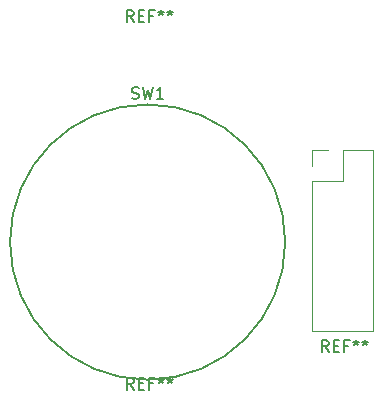
<source format=gbr>
G04 #@! TF.GenerationSoftware,KiCad,Pcbnew,(5.0.2)-1*
G04 #@! TF.CreationDate,2019-02-14T15:25:09-08:00*
G04 #@! TF.ProjectId,BareRotary,42617265-526f-4746-9172-792e6b696361,rev?*
G04 #@! TF.SameCoordinates,Original*
G04 #@! TF.FileFunction,Legend,Top*
G04 #@! TF.FilePolarity,Positive*
%FSLAX46Y46*%
G04 Gerber Fmt 4.6, Leading zero omitted, Abs format (unit mm)*
G04 Created by KiCad (PCBNEW (5.0.2)-1) date 2/14/2019 3:25:09 PM*
%MOMM*%
%LPD*%
G01*
G04 APERTURE LIST*
%ADD10C,0.120000*%
%ADD11C,0.150000*%
G04 APERTURE END LIST*
D10*
G04 #@! TO.C,J1*
X114748000Y-58988000D02*
X119948000Y-58988000D01*
X114748000Y-46228000D02*
X114748000Y-58988000D01*
X119948000Y-43628000D02*
X119948000Y-58988000D01*
X114748000Y-46228000D02*
X117348000Y-46228000D01*
X117348000Y-46228000D02*
X117348000Y-43628000D01*
X117348000Y-43628000D02*
X119948000Y-43628000D01*
X114748000Y-44958000D02*
X114748000Y-43628000D01*
X114748000Y-43628000D02*
X116078000Y-43628000D01*
D11*
G04 #@! TO.C,SW1*
X112475001Y-51435000D02*
G75*
G03X112475001Y-51435000I-11650000J0D01*
G01*
G04 #@! TO.C,REF\002A\002A*
X116141666Y-60752380D02*
X115808333Y-60276190D01*
X115570238Y-60752380D02*
X115570238Y-59752380D01*
X115951190Y-59752380D01*
X116046428Y-59800000D01*
X116094047Y-59847619D01*
X116141666Y-59942857D01*
X116141666Y-60085714D01*
X116094047Y-60180952D01*
X116046428Y-60228571D01*
X115951190Y-60276190D01*
X115570238Y-60276190D01*
X116570238Y-60228571D02*
X116903571Y-60228571D01*
X117046428Y-60752380D02*
X116570238Y-60752380D01*
X116570238Y-59752380D01*
X117046428Y-59752380D01*
X117808333Y-60228571D02*
X117475000Y-60228571D01*
X117475000Y-60752380D02*
X117475000Y-59752380D01*
X117951190Y-59752380D01*
X118475000Y-59752380D02*
X118475000Y-59990476D01*
X118236904Y-59895238D02*
X118475000Y-59990476D01*
X118713095Y-59895238D01*
X118332142Y-60180952D02*
X118475000Y-59990476D01*
X118617857Y-60180952D01*
X119236904Y-59752380D02*
X119236904Y-59990476D01*
X118998809Y-59895238D02*
X119236904Y-59990476D01*
X119475000Y-59895238D01*
X119094047Y-60180952D02*
X119236904Y-59990476D01*
X119379761Y-60180952D01*
X99631666Y-63927380D02*
X99298333Y-63451190D01*
X99060238Y-63927380D02*
X99060238Y-62927380D01*
X99441190Y-62927380D01*
X99536428Y-62975000D01*
X99584047Y-63022619D01*
X99631666Y-63117857D01*
X99631666Y-63260714D01*
X99584047Y-63355952D01*
X99536428Y-63403571D01*
X99441190Y-63451190D01*
X99060238Y-63451190D01*
X100060238Y-63403571D02*
X100393571Y-63403571D01*
X100536428Y-63927380D02*
X100060238Y-63927380D01*
X100060238Y-62927380D01*
X100536428Y-62927380D01*
X101298333Y-63403571D02*
X100965000Y-63403571D01*
X100965000Y-63927380D02*
X100965000Y-62927380D01*
X101441190Y-62927380D01*
X101965000Y-62927380D02*
X101965000Y-63165476D01*
X101726904Y-63070238D02*
X101965000Y-63165476D01*
X102203095Y-63070238D01*
X101822142Y-63355952D02*
X101965000Y-63165476D01*
X102107857Y-63355952D01*
X102726904Y-62927380D02*
X102726904Y-63165476D01*
X102488809Y-63070238D02*
X102726904Y-63165476D01*
X102965000Y-63070238D01*
X102584047Y-63355952D02*
X102726904Y-63165476D01*
X102869761Y-63355952D01*
G04 #@! TO.C,SW1*
X99491667Y-39264761D02*
X99634524Y-39312380D01*
X99872620Y-39312380D01*
X99967858Y-39264761D01*
X100015477Y-39217142D01*
X100063096Y-39121904D01*
X100063096Y-39026666D01*
X100015477Y-38931428D01*
X99967858Y-38883809D01*
X99872620Y-38836190D01*
X99682143Y-38788571D01*
X99586905Y-38740952D01*
X99539286Y-38693333D01*
X99491667Y-38598095D01*
X99491667Y-38502857D01*
X99539286Y-38407619D01*
X99586905Y-38360000D01*
X99682143Y-38312380D01*
X99920239Y-38312380D01*
X100063096Y-38360000D01*
X100396429Y-38312380D02*
X100634524Y-39312380D01*
X100825001Y-38598095D01*
X101015477Y-39312380D01*
X101253572Y-38312380D01*
X102158334Y-39312380D02*
X101586905Y-39312380D01*
X101872620Y-39312380D02*
X101872620Y-38312380D01*
X101777381Y-38455238D01*
X101682143Y-38550476D01*
X101586905Y-38598095D01*
G04 #@! TO.C,REF\002A\002A*
X99631666Y-32812380D02*
X99298333Y-32336190D01*
X99060238Y-32812380D02*
X99060238Y-31812380D01*
X99441190Y-31812380D01*
X99536428Y-31860000D01*
X99584047Y-31907619D01*
X99631666Y-32002857D01*
X99631666Y-32145714D01*
X99584047Y-32240952D01*
X99536428Y-32288571D01*
X99441190Y-32336190D01*
X99060238Y-32336190D01*
X100060238Y-32288571D02*
X100393571Y-32288571D01*
X100536428Y-32812380D02*
X100060238Y-32812380D01*
X100060238Y-31812380D01*
X100536428Y-31812380D01*
X101298333Y-32288571D02*
X100965000Y-32288571D01*
X100965000Y-32812380D02*
X100965000Y-31812380D01*
X101441190Y-31812380D01*
X101965000Y-31812380D02*
X101965000Y-32050476D01*
X101726904Y-31955238D02*
X101965000Y-32050476D01*
X102203095Y-31955238D01*
X101822142Y-32240952D02*
X101965000Y-32050476D01*
X102107857Y-32240952D01*
X102726904Y-31812380D02*
X102726904Y-32050476D01*
X102488809Y-31955238D02*
X102726904Y-32050476D01*
X102965000Y-31955238D01*
X102584047Y-32240952D02*
X102726904Y-32050476D01*
X102869761Y-32240952D01*
G04 #@! TD*
M02*

</source>
